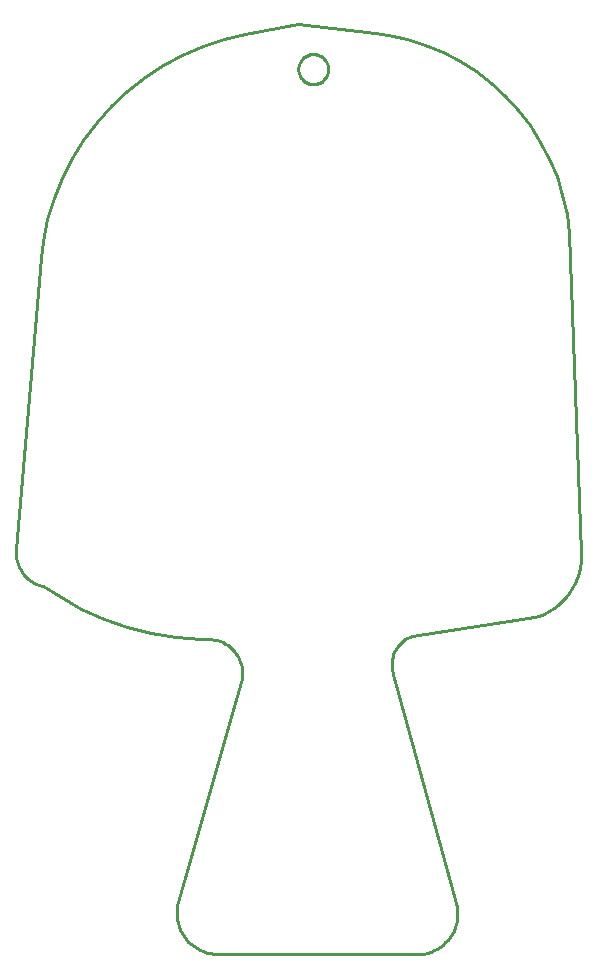
<source format=gko>
G04 EAGLE Gerber X2 export*
G75*
%MOMM*%
%FSLAX34Y34*%
%LPD*%
%AMOC8*
5,1,8,0,0,1.08239X$1,22.5*%
G01*
%ADD10C,0.254000*%


D10*
X2165Y342977D02*
X2057Y340359D01*
X2178Y337742D01*
X2527Y335146D01*
X3100Y332589D01*
X3894Y330092D01*
X4903Y327674D01*
X6118Y325353D01*
X7531Y323147D01*
X9132Y321073D01*
X10906Y319145D01*
X12842Y317380D01*
X14925Y315790D01*
X17138Y314388D01*
X19465Y313184D01*
X21888Y312188D01*
X24389Y311406D01*
X24806Y311299D01*
X57150Y292100D01*
X76447Y283516D01*
X96418Y276647D01*
X116913Y271544D01*
X137774Y268247D01*
X158843Y266781D01*
X165100Y266700D01*
X167605Y266591D01*
X170090Y266263D01*
X172538Y265721D01*
X174929Y264967D01*
X177246Y264007D01*
X179469Y262850D01*
X181584Y261503D01*
X183573Y259976D01*
X185421Y258283D01*
X187115Y256434D01*
X188642Y254445D01*
X189989Y252331D01*
X191146Y250107D01*
X192106Y247790D01*
X192860Y245399D01*
X193402Y242952D01*
X193730Y240466D01*
X193839Y237961D01*
X193730Y235456D01*
X193402Y232971D01*
X192860Y230523D01*
X192733Y230066D01*
X139720Y44520D01*
X139011Y41556D01*
X138564Y38543D01*
X138381Y35501D01*
X138464Y32456D01*
X138811Y29429D01*
X139422Y26444D01*
X140290Y23523D01*
X141409Y20689D01*
X142771Y17964D01*
X144366Y15368D01*
X146180Y12920D01*
X148201Y10640D01*
X150413Y8545D01*
X152800Y6651D01*
X155342Y4971D01*
X158021Y3520D01*
X160816Y2308D01*
X163706Y1344D01*
X166670Y635D01*
X169683Y188D01*
X172725Y5D01*
X173301Y0D01*
X341623Y0D01*
X344618Y131D01*
X347591Y522D01*
X350518Y1171D01*
X353378Y2073D01*
X356148Y3220D01*
X358807Y4604D01*
X361336Y6215D01*
X363714Y8041D01*
X365925Y10066D01*
X367950Y12277D01*
X369776Y14655D01*
X371387Y17184D01*
X372771Y19843D01*
X373918Y22613D01*
X374820Y25473D01*
X375469Y28400D01*
X375860Y31373D01*
X375991Y34368D01*
X375860Y37363D01*
X375469Y40336D01*
X374913Y42908D01*
X322645Y233946D01*
X321778Y236063D01*
X321098Y238247D01*
X320612Y240482D01*
X320322Y242751D01*
X320231Y245036D01*
X320340Y247321D01*
X320647Y249588D01*
X321151Y251819D01*
X321847Y253998D01*
X322731Y256107D01*
X323795Y258132D01*
X325031Y260056D01*
X326431Y261866D01*
X327983Y263546D01*
X329675Y265085D01*
X331495Y266470D01*
X333429Y267692D01*
X335462Y268740D01*
X337579Y269607D01*
X337978Y269747D01*
X435980Y284330D01*
X440562Y285301D01*
X445043Y286668D01*
X449388Y288420D01*
X453563Y290544D01*
X457538Y293023D01*
X461281Y295840D01*
X464764Y298973D01*
X467961Y302397D01*
X470848Y306086D01*
X473402Y310013D01*
X475604Y314148D01*
X477437Y318459D01*
X478888Y322913D01*
X479944Y327477D01*
X480599Y332116D01*
X480848Y336794D01*
X480812Y339330D01*
X470526Y610972D01*
X468392Y627093D01*
X464860Y642966D01*
X459959Y658472D01*
X453724Y673491D01*
X446205Y687909D01*
X437457Y701618D01*
X427548Y714512D01*
X416553Y726493D01*
X404556Y737470D01*
X391647Y747360D01*
X377926Y756087D01*
X363496Y763585D01*
X348468Y769797D01*
X332955Y774676D01*
X317076Y778184D01*
X306623Y779715D01*
X241300Y787400D01*
X196112Y778927D01*
X177994Y774704D01*
X160313Y768919D01*
X143203Y761614D01*
X126796Y752846D01*
X111215Y742681D01*
X96579Y731197D01*
X83000Y718481D01*
X70581Y704630D01*
X59416Y689750D01*
X49591Y673952D01*
X41179Y657359D01*
X34246Y640096D01*
X28844Y622294D01*
X25015Y604089D01*
X23094Y589237D01*
X2165Y342977D01*
X266700Y748801D02*
X266622Y747806D01*
X266466Y746820D01*
X266233Y745850D01*
X265924Y744901D01*
X265542Y743979D01*
X265089Y743090D01*
X264568Y742239D01*
X263981Y741431D01*
X263333Y740673D01*
X262627Y739967D01*
X261869Y739319D01*
X261061Y738732D01*
X260210Y738211D01*
X259321Y737758D01*
X258399Y737376D01*
X257450Y737067D01*
X256480Y736834D01*
X255494Y736678D01*
X254499Y736600D01*
X253501Y736600D01*
X252506Y736678D01*
X251520Y736834D01*
X250550Y737067D01*
X249601Y737376D01*
X248679Y737758D01*
X247790Y738211D01*
X246939Y738732D01*
X246131Y739319D01*
X245373Y739967D01*
X244667Y740673D01*
X244019Y741431D01*
X243432Y742239D01*
X242911Y743090D01*
X242458Y743979D01*
X242076Y744901D01*
X241767Y745850D01*
X241534Y746820D01*
X241378Y747806D01*
X241300Y748801D01*
X241300Y749799D01*
X241378Y750794D01*
X241534Y751780D01*
X241767Y752750D01*
X242076Y753699D01*
X242458Y754621D01*
X242911Y755510D01*
X243432Y756361D01*
X244019Y757169D01*
X244667Y757927D01*
X245373Y758633D01*
X246131Y759281D01*
X246939Y759868D01*
X247790Y760389D01*
X248679Y760842D01*
X249601Y761224D01*
X250550Y761533D01*
X251520Y761766D01*
X252506Y761922D01*
X253501Y762000D01*
X254499Y762000D01*
X255494Y761922D01*
X256480Y761766D01*
X257450Y761533D01*
X258399Y761224D01*
X259321Y760842D01*
X260210Y760389D01*
X261061Y759868D01*
X261869Y759281D01*
X262627Y758633D01*
X263333Y757927D01*
X263981Y757169D01*
X264568Y756361D01*
X265089Y755510D01*
X265542Y754621D01*
X265924Y753699D01*
X266233Y752750D01*
X266466Y751780D01*
X266622Y750794D01*
X266700Y749799D01*
X266700Y748801D01*
X266700Y748801D02*
X266622Y747806D01*
X266466Y746820D01*
X266233Y745850D01*
X265924Y744901D01*
X265542Y743979D01*
X265089Y743090D01*
X264568Y742239D01*
X263981Y741431D01*
X263333Y740673D01*
X262627Y739967D01*
X261869Y739319D01*
X261061Y738732D01*
X260210Y738211D01*
X259321Y737758D01*
X258399Y737376D01*
X257450Y737067D01*
X256480Y736834D01*
X255494Y736678D01*
X254499Y736600D01*
X253501Y736600D01*
X252506Y736678D01*
X251520Y736834D01*
X250550Y737067D01*
X249601Y737376D01*
X248679Y737758D01*
X247790Y738211D01*
X246939Y738732D01*
X246131Y739319D01*
X245373Y739967D01*
X244667Y740673D01*
X244019Y741431D01*
X243432Y742239D01*
X242911Y743090D01*
X242458Y743979D01*
X242076Y744901D01*
X241767Y745850D01*
X241534Y746820D01*
X241378Y747806D01*
X241300Y748801D01*
X241300Y749799D01*
X241378Y750794D01*
X241534Y751780D01*
X241767Y752750D01*
X242076Y753699D01*
X242458Y754621D01*
X242911Y755510D01*
X243432Y756361D01*
X244019Y757169D01*
X244667Y757927D01*
X245373Y758633D01*
X246131Y759281D01*
X246939Y759868D01*
X247790Y760389D01*
X248679Y760842D01*
X249601Y761224D01*
X250550Y761533D01*
X251520Y761766D01*
X252506Y761922D01*
X253501Y762000D01*
X254499Y762000D01*
X255494Y761922D01*
X256480Y761766D01*
X257450Y761533D01*
X258399Y761224D01*
X259321Y760842D01*
X260210Y760389D01*
X261061Y759868D01*
X261869Y759281D01*
X262627Y758633D01*
X263333Y757927D01*
X263981Y757169D01*
X264568Y756361D01*
X265089Y755510D01*
X265542Y754621D01*
X265924Y753699D01*
X266233Y752750D01*
X266466Y751780D01*
X266622Y750794D01*
X266700Y749799D01*
X266700Y748801D01*
M02*

</source>
